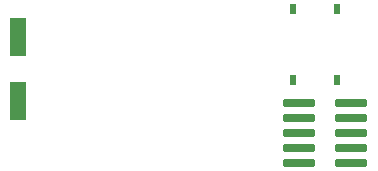
<source format=gbr>
G04 --- HEADER BEGIN --- *
G04 #@! TF.GenerationSoftware,LibrePCB,LibrePCB,1.0.1-unstable*
G04 #@! TF.CreationDate,2024-02-11T18:20:56*
G04 #@! TF.ProjectId,d0-reader,9220702f-a48e-4216-8865-87f6ea8ca353,v2*
G04 #@! TF.Part,Single*
G04 #@! TF.SameCoordinates*
G04 #@! TF.FileFunction,Paste,Top*
G04 #@! TF.FilePolarity,Positive*
%FSLAX66Y66*%
%MOMM*%
G01*
G75*
G04 --- HEADER END --- *
G04 --- APERTURE LIST BEGIN --- *
%AMROUNDEDRECT10*20,1,0.608,-1.26,0.0,1.26,0.0,0.0*20,1,0.38,-1.374,0.0,1.374,0.0,0.0*1,1,0.228,-1.26,0.19*1,1,0.228,1.26,0.19*1,1,0.228,1.26,-0.19*1,1,0.228,-1.26,-0.19*%
%ADD10ROUNDEDRECT10*%
%AMROUNDEDRECT11*20,1,0.56,-0.325,0.0,0.325,0.0,90.0*20,1,0.35,-0.43,0.0,0.43,0.0,90.0*1,1,0.21,-0.175,-0.325*1,1,0.21,-0.175,0.325*1,1,0.21,0.175,0.325*1,1,0.21,0.175,-0.325*%
%ADD11ROUNDEDRECT11*%
%ADD12R,1.44X3.24*%
G04 --- APERTURE LIST END --- *
G04 --- BOARD BEGIN --- *
D10*
G04 #@! TO.C,J2*
X15381250Y4127500D03*
X10971250Y4127500D03*
X10971250Y1587500D03*
X10971250Y5397500D03*
X15381250Y1587500D03*
X15381250Y2857500D03*
X10971250Y2857500D03*
X10971250Y6667500D03*
X15381250Y6667500D03*
X15381250Y5397500D03*
D11*
G04 #@! TO.C,S1*
X14153125Y8668125D03*
X10453125Y14668125D03*
X14153125Y14668125D03*
X10453125Y8668125D03*
D12*
G04 #@! TO.C,C17*
X-12858750Y6904375D03*
X-12858750Y12304375D03*
G04 --- BOARD END --- *
G04 #@! TF.MD5,5f3d9edfb284101adc8cda1de30620c1*
M02*

</source>
